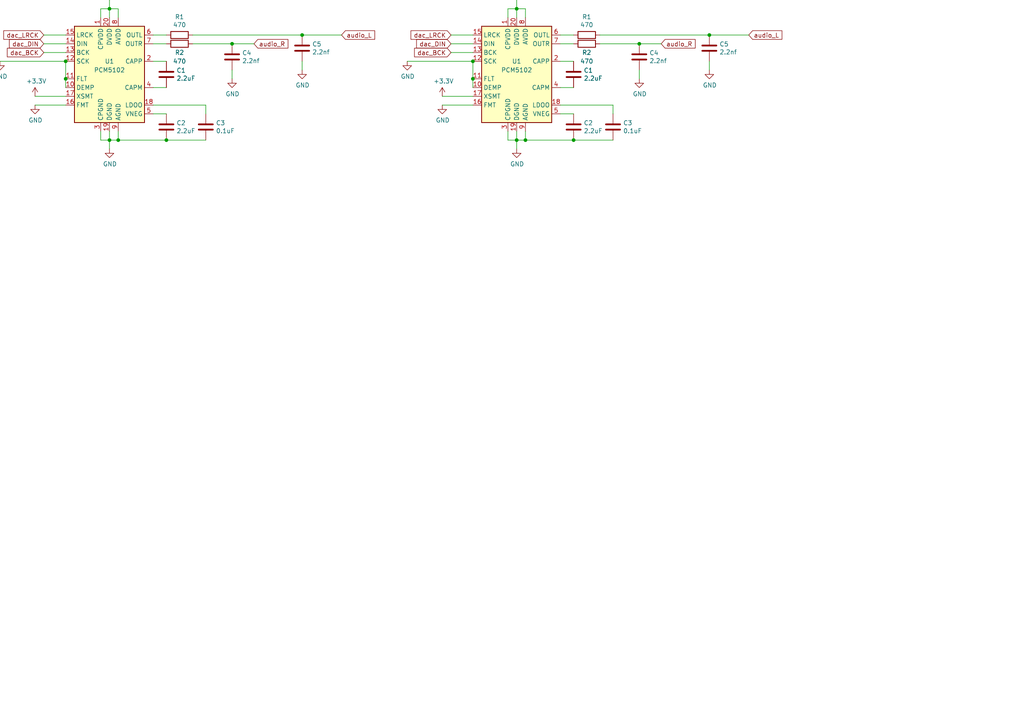
<source format=kicad_sch>
(kicad_sch (version 20230121) (generator eeschema)
  (paper "A4")
  (lib_symbols
    (symbol "Audio:PCM5102"
      (property "Reference" "U" (at -10.16 13.97 0))
      (property "Value" "PCM5102" (at 3.81 13.97 0))
      (symbol "PCM5102_0_1"
        (rectangle (start -10.16 12.7) (end 10.16 -15.24) (stroke (width 0.254)) (fill (type background)))
      )
      (symbol "PCM5102_1_1"
        (pin passive line (at -2.54 15.24 270) (length 2.54) (name "CPVDD") (number "1"))
        (pin input line (at -12.7 -5.08 0) (length 2.54) (name "DEMP") (number "10"))
        (pin input line (at -12.7 -2.54 0) (length 2.54) (name "FLT") (number "11"))
        (pin input line (at -12.7 2.54 0) (length 2.54) (name "SCK") (number "12"))
        (pin input line (at -12.7 5.08 0) (length 2.54) (name "BCK") (number "13"))
        (pin input line (at -12.7 7.62 0) (length 2.54) (name "DIN") (number "14"))
        (pin input line (at -12.7 10.16 0) (length 2.54) (name "LRCK") (number "15"))
        (pin input line (at -12.7 -10.16 0) (length 2.54) (name "FMT") (number "16"))
        (pin input line (at -12.7 -7.62 0) (length 2.54) (name "XSMT") (number "17"))
        (pin passive line (at 12.7 -10.16 180) (length 2.54) (name "LDOO") (number "18"))
        (pin power_in line (at 0 -17.78 90) (length 2.54) (name "DGND") (number "19"))
        (pin passive line (at 12.7 2.54 180) (length 2.54) (name "CAPP") (number "2"))
        (pin power_in line (at 0 15.24 270) (length 2.54) (name "DVDD") (number "20"))
        (pin power_in line (at -2.54 -17.78 90) (length 2.54) (name "CPGND") (number "3"))
        (pin passive line (at 12.7 -5.08 180) (length 2.54) (name "CAPM") (number "4"))
        (pin passive line (at 12.7 -12.7 180) (length 2.54) (name "VNEG") (number "5"))
        (pin output line (at 12.7 10.16 180) (length 2.54) (name "OUTL") (number "6"))
        (pin output line (at 12.7 7.62 180) (length 2.54) (name "OUTR") (number "7"))
        (pin power_in line (at 2.54 15.24 270) (length 2.54) (name "AVDD") (number "8"))
        (pin power_in line (at 2.54 -17.78 90) (length 2.54) (name "AGND") (number "9"))
      )
    )
    (symbol "Device:C" (pin_numbers hide) (pin_names (offset 0.254))
      (property "Reference" "C" (at 0.635 2.54 0))
      (property "Value" "C" (at 0.635 -2.54 0))
      (symbol "C_0_1"
        (polyline (pts (xy -2.032 -0.762) (xy 2.032 -0.762)) (stroke (width 0.508)))
        (polyline (pts (xy -2.032 0.762) (xy 2.032 0.762)) (stroke (width 0.508)))
      )
      (symbol "C_1_1"
        (pin passive line (at 0 3.81 270) (length 2.794) (name "~") (number "1"))
        (pin passive line (at 0 -3.81 90) (length 2.794) (name "~") (number "2"))
      )
    )
    (symbol "Device:R" (pin_numbers hide) (pin_names (offset 0))
      (property "Reference" "R" (at 2.032 0 90))
      (property "Value" "R" (at 0 0 90))
      (symbol "R_0_1"
        (rectangle (start -1.016 -2.54) (end 1.016 2.54) (stroke (width 0.254)))
      )
      (symbol "R_1_1"
        (pin passive line (at 0 3.81 270) (length 1.27) (name "~") (number "1"))
        (pin passive line (at 0 -3.81 90) (length 1.27) (name "~") (number "2"))
      )
    )
    (symbol "power:+3.3V" (power) (pin_names (offset 0))
      (property "Value" "+3.3V" (at 0 3.556 0))
      (symbol "+3.3V_0_1"
        (polyline (pts (xy -0.762 1.27) (xy 0 2.54)))
        (polyline (pts (xy 0 0) (xy 0 2.54)))
        (polyline (pts (xy 0 2.54) (xy 0.762 1.27)))
      )
      (symbol "+3.3V_1_1"
        (pin power_in line (at 0 0 90) (length 0) hide (name "+3.3V") (number "1"))
      )
    )
    (symbol "power:GND" (power) (pin_names (offset 0))
      (property "Value" "GND" (at 0 -3.81 0))
      (symbol "GND_0_1"
        (polyline (pts (xy 0 0) (xy 0 -1.27) (xy 1.27 -1.27) (xy 0 -2.54) (xy -1.27 -1.27) (xy 0 -1.27)))
      )
      (symbol "GND_1_1"
        (pin power_in line (at 0 0 270) (length 0) hide (name "GND") (number "1"))
      )
    )
    (symbol "Audio:PCM5102"
      (property "Reference" "U" (at -10.16 13.97 0))
      (property "Value" "PCM5102" (at 3.81 13.97 0))
      (symbol "PCM5102_0_1"
        (rectangle (start -10.16 12.7) (end 10.16 -15.24) (stroke (width 0.254)) (fill (type background)))
      )
      (symbol "PCM5102_1_1"
        (pin passive line (at -2.54 15.24 270) (length 2.54) (name "CPVDD") (number "1"))
        (pin input line (at -12.7 -5.08 0) (length 2.54) (name "DEMP") (number "10"))
        (pin input line (at -12.7 -2.54 0) (length 2.54) (name "FLT") (number "11"))
        (pin input line (at -12.7 2.54 0) (length 2.54) (name "SCK") (number "12"))
        (pin input line (at -12.7 5.08 0) (length 2.54) (name "BCK") (number "13"))
        (pin input line (at -12.7 7.62 0) (length 2.54) (name "DIN") (number "14"))
        (pin input line (at -12.7 10.16 0) (length 2.54) (name "LRCK") (number "15"))
        (pin input line (at -12.7 -10.16 0) (length 2.54) (name "FMT") (number "16"))
        (pin input line (at -12.7 -7.62 0) (length 2.54) (name "XSMT") (number "17"))
        (pin passive line (at 12.7 -10.16 180) (length 2.54) (name "LDOO") (number "18"))
        (pin power_in line (at 0 -17.78 90) (length 2.54) (name "DGND") (number "19"))
        (pin passive line (at 12.7 2.54 180) (length 2.54) (name "CAPP") (number "2"))
        (pin power_in line (at 0 15.24 270) (length 2.54) (name "DVDD") (number "20"))
        (pin power_in line (at -2.54 -17.78 90) (length 2.54) (name "CPGND") (number "3"))
        (pin passive line (at 12.7 -5.08 180) (length 2.54) (name "CAPM") (number "4"))
        (pin passive line (at 12.7 -12.7 180) (length 2.54) (name "VNEG") (number "5"))
        (pin output line (at 12.7 10.16 180) (length 2.54) (name "OUTL") (number "6"))
        (pin output line (at 12.7 7.62 180) (length 2.54) (name "OUTR") (number "7"))
        (pin power_in line (at 2.54 15.24 270) (length 2.54) (name "AVDD") (number "8"))
        (pin power_in line (at 2.54 -17.78 90) (length 2.54) (name "AGND") (number "9"))
      )
    )
    (symbol "Device:C" (pin_numbers hide) (pin_names (offset 0.254))
      (property "Reference" "C" (at 0.635 2.54 0))
      (property "Value" "C" (at 0.635 -2.54 0))
      (symbol "C_0_1"
        (polyline (pts (xy -2.032 -0.762) (xy 2.032 -0.762)) (stroke (width 0.508)))
        (polyline (pts (xy -2.032 0.762) (xy 2.032 0.762)) (stroke (width 0.508)))
      )
      (symbol "C_1_1"
        (pin passive line (at 0 3.81 270) (length 2.794) (name "~") (number "1"))
        (pin passive line (at 0 -3.81 90) (length 2.794) (name "~") (number "2"))
      )
    )
    (symbol "Device:R" (pin_numbers hide) (pin_names (offset 0))
      (property "Reference" "R" (at 2.032 0 90))
      (property "Value" "R" (at 0 0 90))
      (symbol "R_0_1"
        (rectangle (start -1.016 -2.54) (end 1.016 2.54) (stroke (width 0.254)))
      )
      (symbol "R_1_1"
        (pin passive line (at 0 3.81 270) (length 1.27) (name "~") (number "1"))
        (pin passive line (at 0 -3.81 90) (length 1.27) (name "~") (number "2"))
      )
    )
    (symbol "power:+3.3V" (power) (pin_names (offset 0))
      (property "Value" "+3.3V" (at 0 3.556 0))
      (symbol "+3.3V_0_1"
        (polyline (pts (xy -0.762 1.27) (xy 0 2.54)))
        (polyline (pts (xy 0 0) (xy 0 2.54)))
        (polyline (pts (xy 0 2.54) (xy 0.762 1.27)))
      )
      (symbol "+3.3V_1_1"
        (pin power_in line (at 0 0 90) (length 0) hide (name "+3.3V") (number "1"))
      )
    )
    (symbol "power:GND" (power) (pin_names (offset 0))
      (property "Value" "GND" (at 0 -3.81 0))
      (symbol "GND_0_1"
        (polyline (pts (xy 0 0) (xy 0 -1.27) (xy 1.27 -1.27) (xy 0 -2.54) (xy -1.27 -1.27) (xy 0 -1.27)))
      )
      (symbol "GND_1_1"
        (pin power_in line (at 0 0 270) (length 0) hide (name "GND") (number "1"))
      )
    )
  )
  (junction (at 34.28999999999999 40.64))
  (junction (at 19.049999999999997 22.86))
  (junction (at 19.049999999999997 17.78))
  (junction (at 67.31 12.700000000000003))
  (junction (at 87.63 10.159999999999997))
  (junction (at 48.25999999999999 40.64))
  (junction (at 31.75 40.64))
  (junction (at 31.75 2.5400000000000063))
  (wire (pts (xy 34.28999999999999 2.5400000000000063) (xy 31.75 2.5400000000000063)))
  (wire (pts (xy 67.31 12.700000000000003) (xy 55.879999999999995 12.700000000000003)))
  (wire (pts (xy 31.75 40.64) (xy 31.75 43.17999999999999)))
  (wire (pts (xy 34.28999999999999 40.64) (xy 31.75 40.64)))
  (wire (pts (xy 10.159999999999997 30.480000000000004) (xy 19.049999999999997 30.480000000000004)))
  (wire (pts (xy 10.159999999999997 27.939999999999998) (xy 19.049999999999997 27.939999999999998)))
  (wire (pts (xy 67.31 20.319999999999993) (xy 67.31 22.86)))
  (wire (pts (xy 31.75 40.64) (xy 29.210000000000008 40.64)))
  (wire (pts (xy 87.63 17.78) (xy 87.63 20.319999999999993)))
  (wire (pts (xy 59.69 40.64) (xy 48.25999999999999 40.64)))
  (wire (pts (xy 48.25999999999999 10.159999999999997) (xy 44.44999999999999 10.159999999999997)))
  (wire (pts (xy 55.879999999999995 10.159999999999997) (xy 87.63 10.159999999999997)))
  (wire (pts (xy 48.25999999999999 25.400000000000006) (xy 44.44999999999999 25.400000000000006)))
  (wire (pts (xy 44.44999999999999 33.019999999999996) (xy 48.25999999999999 33.019999999999996)))
  (wire (pts (xy 29.210000000000008 5.079999999999998) (xy 29.210000000000008 2.5400000000000063)))
  (wire (pts (xy 34.28999999999999 38.099999999999994) (xy 34.28999999999999 40.64)))
  (wire (pts (xy 31.75 0.0) (xy 31.75 2.5400000000000063)))
  (wire (pts (xy 48.25999999999999 40.64) (xy 34.28999999999999 40.64)))
  (wire (pts (xy 31.75 2.5400000000000063) (xy 29.210000000000008 2.5400000000000063)))
  (wire (pts (xy 48.25999999999999 17.78) (xy 44.44999999999999 17.78)))
  (wire (pts (xy 12.699999999999989 10.159999999999997) (xy 19.049999999999997 10.159999999999997)))
  (wire (pts (xy 19.049999999999997 22.86) (xy 19.049999999999997 17.78)))
  (wire (pts (xy 34.28999999999999 5.079999999999998) (xy 34.28999999999999 2.5400000000000063)))
  (wire (pts (xy 19.049999999999997 15.239999999999995) (xy 12.699999999999989 15.239999999999995)))
  (wire (pts (xy 73.66 12.700000000000003) (xy 67.31 12.700000000000003)))
  (wire (pts (xy 31.75 2.5400000000000063) (xy 31.75 5.079999999999998)))
  (wire (pts (xy 29.210000000000008 38.099999999999994) (xy 29.210000000000008 40.64)))
  (wire (pts (xy 87.63 10.159999999999997) (xy 99.06 10.159999999999997)))
  (wire (pts (xy 31.75 38.099999999999994) (xy 31.75 40.64)))
  (wire (pts (xy 19.049999999999997 25.400000000000006) (xy 19.049999999999997 22.86)))
  (wire (pts (xy 44.44999999999999 12.700000000000003) (xy 48.25999999999999 12.700000000000003)))
  (wire (pts (xy 59.69 30.480000000000004) (xy 59.69 33.019999999999996)))
  (wire (pts (xy 44.44999999999999 30.480000000000004) (xy 59.69 30.480000000000004)))
  (wire (pts (xy 0.0 17.78) (xy 19.049999999999997 17.78)))
  (wire (pts (xy 19.049999999999997 12.700000000000003) (xy 12.699999999999989 12.700000000000003)))
  (global_label "dac_DIN" (shape input) (at 12.699999999999989 12.700000000000003 180) (property "Intersheetrefs" "${INTERSHEET_REFS}" (effects hide)))
  (global_label "audio_R" (shape input) (at 73.66 12.700000000000003 0) (property "Intersheetrefs" "${INTERSHEET_REFS}" (effects hide)))
  (global_label "audio_L" (shape input) (at 99.06 10.159999999999997 0) (property "Intersheetrefs" "${INTERSHEET_REFS}" (effects hide)))
  (global_label "dac_BCK" (shape input) (at 12.699999999999989 15.239999999999995 180) (property "Intersheetrefs" "${INTERSHEET_REFS}" (effects hide)))
  (global_label "dac_LRCK" (shape input) (at 12.699999999999989 10.159999999999997 180) (property "Intersheetrefs" "${INTERSHEET_REFS}" (effects hide)))
  (symbol (lib_id "Device:C") (at 59.69 36.83 0) (unit 1)
    (property "Reference" "C1" (at 62.61099999999999 35.66159999999999 0) (effects (justify left)))
    (property "Value" "0.1uF" (at 62.61099999999999 37.973 0) (effects (justify left)))
    (property "Footprint" "Capacitor_SMD:C_0402_1005Metric" (effects hide))
    (instances (project "ExploreKidCAD" (path "" (reference "C3") (unit 1))))
  )
  (symbol (lib_id "Device:C") (at 48.25999999999999 36.83 0) (unit 1)
    (property "Reference" "C2" (at 51.18099999999998 35.66159999999999 0) (effects (justify left)))
    (property "Value" "2.2uF" (at 51.18099999999998 37.973 0) (effects (justify left)))
    (property "Footprint" "Capacitor_SMD:C_0402_1005Metric" (effects hide))
  )
  (symbol (lib_id "Device:R") (at 52.06999999999999 12.700000000000003 90) (unit 1)
    (property "Reference" "R1" (at 52.06999999999999 15.239999999999995 90))
    (property "Value" "470" (at 52.06999999999999 17.78 90))
    (property "Footprint" "Resistor_SMD:R_0402_1005Metric" (effects hide))
    (instances (project "ExploreKidCAD" (path "" (reference "R2") (unit 1))))
  )
  (symbol (lib_id "power:GND") (at 0.0 17.78 0) (unit 1)
    (property "Reference" "#PWR01" (effects hide))
    (property "Value" "GND" (at 0.12699999999999534 22.1742 0))
  )
  (symbol (lib_id "power:+3.3V") (at 31.75 0.0 0) (unit 1)
    (property "Reference" "#PWR04" (effects hide))
    (property "Value" "+3.3V" (at 32.131 -4.394199999999998 0))
  )
  (symbol (lib_id "power:+3.3V") (at 10.159999999999997 27.939999999999998 0) (unit 1)
    (property "Reference" "#PWR02" (effects hide))
    (property "Value" "+3.3V" (at 10.540999999999997 23.5458 0))
  )
  (symbol (lib_id "Device:C") (at 67.31 16.510000000000005 0) (unit 1)
    (property "Reference" "C3" (at 70.231 15.3416 0) (effects (justify left)))
    (property "Value" "2.2nf" (at 70.231 17.653000000000006 0) (effects (justify left)))
    (property "Footprint" "Capacitor_SMD:C_0402_1005Metric" (effects hide))
    (instances (project "ExploreKidCAD" (path "" (reference "C4") (unit 1))))
  )
  (symbol (lib_id "power:GND") (at 67.31 22.86 0) (unit 1)
    (property "Reference" "#PWR06" (effects hide))
    (property "Value" "GND" (at 67.43699999999998 27.254199999999997 0))
  )
  (symbol (lib_id "power:GND") (at 87.63 20.319999999999993 0) (unit 1)
    (property "Reference" "#PWR07" (effects hide))
    (property "Value" "GND" (at 87.757 24.714200000000005 0))
  )
  (symbol (lib_id "power:GND") (at 31.75 43.17999999999999 0) (unit 1)
    (property "Reference" "#PWR05" (effects hide))
    (property "Value" "GND" (at 31.87700000000001 47.574200000000005 0))
  )
  (symbol (lib_id "Device:R") (at 52.06999999999999 10.159999999999997 270) (unit 1)
    (property "Reference" "R2" (at 52.06999999999999 4.9021999999999935 90))
    (property "Value" "470" (at 52.06999999999999 7.2136 90))
    (property "Footprint" "Resistor_SMD:R_0402_1005Metric" (effects hide))
    (instances (project "ExploreKidCAD" (path "" (reference "R1") (unit 1))))
  )
  (symbol (lib_id "power:GND") (at 10.159999999999997 30.480000000000004 0) (unit 1)
    (property "Reference" "#PWR03" (effects hide))
    (property "Value" "GND" (at 10.286999999999992 34.8742 0))
  )
  (symbol (lib_id "Device:C") (at 48.25999999999999 21.590000000000003 0) (unit 1)
    (property "Reference" "C4" (at 51.18099999999998 20.421599999999998 0) (effects (justify left)))
    (property "Value" "2.2uF" (at 51.18099999999998 22.733000000000004 0) (effects (justify left)))
    (property "Footprint" "Capacitor_SMD:C_0402_1005Metric" (effects hide))
    (instances (project "ExploreKidCAD" (path "" (reference "C1") (unit 1))))
  )
  (symbol (lib_id "Audio:PCM5102") (at 31.75 20.319999999999993 0) (unit 1)
    (property "Reference" "U1" (at 31.75 17.78 0))
    (property "Value" "PCM5102" (at 31.75 20.319999999999993 0))
    (property "Footprint" "Package_SO:TSSOP-20_4.4x6.5mm_P0.65mm" (effects hide))
    (property "Datasheet" "http://www.ti.com/lit/ds/symlink/pcm5102.pdf" (effects hide))
    (property "LCSC" "C131154" (effects hide))
  )
  (symbol (lib_id "Device:C") (at 87.63 13.969999999999999 0) (unit 1)
    (property "Reference" "C5" (at 90.55099999999999 12.801599999999993 0) (effects (justify left)))
    (property "Value" "2.2nf" (at 90.55099999999999 15.113 0) (effects (justify left)))
    (property "Footprint" "Capacitor_SMD:C_0402_1005Metric" (effects hide))
  )
  (junction (at 152.39999999999998 40.64))
  (junction (at 137.16 22.86))
  (junction (at 137.16 17.78))
  (junction (at 185.42000000000002 12.700000000000003))
  (junction (at 205.74 10.159999999999997))
  (junction (at 166.37 40.64))
  (junction (at 149.86 40.64))
  (junction (at 149.86 2.5400000000000063))
  (wire (pts (xy 152.39999999999998 2.5400000000000063) (xy 149.86 2.5400000000000063)))
  (wire (pts (xy 185.42000000000002 12.700000000000003) (xy 173.99 12.700000000000003)))
  (wire (pts (xy 149.86 40.64) (xy 149.86 43.17999999999999)))
  (wire (pts (xy 152.39999999999998 40.64) (xy 149.86 40.64)))
  (wire (pts (xy 128.26999999999998 30.480000000000004) (xy 137.16 30.480000000000004)))
  (wire (pts (xy 128.26999999999998 27.939999999999998) (xy 137.16 27.939999999999998)))
  (wire (pts (xy 185.42000000000002 20.319999999999993) (xy 185.42000000000002 22.86)))
  (wire (pts (xy 149.86 40.64) (xy 147.32 40.64)))
  (wire (pts (xy 205.74 17.78) (xy 205.74 20.319999999999993)))
  (wire (pts (xy 177.8 40.64) (xy 166.37 40.64)))
  (wire (pts (xy 166.37 10.159999999999997) (xy 162.56 10.159999999999997)))
  (wire (pts (xy 173.99 10.159999999999997) (xy 205.74 10.159999999999997)))
  (wire (pts (xy 166.37 25.400000000000006) (xy 162.56 25.400000000000006)))
  (wire (pts (xy 162.56 33.019999999999996) (xy 166.37 33.019999999999996)))
  (wire (pts (xy 147.32 5.079999999999998) (xy 147.32 2.5400000000000063)))
  (wire (pts (xy 152.39999999999998 38.099999999999994) (xy 152.39999999999998 40.64)))
  (wire (pts (xy 149.86 0.0) (xy 149.86 2.5400000000000063)))
  (wire (pts (xy 166.37 40.64) (xy 152.39999999999998 40.64)))
  (wire (pts (xy 149.86 2.5400000000000063) (xy 147.32 2.5400000000000063)))
  (wire (pts (xy 166.37 17.78) (xy 162.56 17.78)))
  (wire (pts (xy 130.81 10.159999999999997) (xy 137.16 10.159999999999997)))
  (wire (pts (xy 137.16 22.86) (xy 137.16 17.78)))
  (wire (pts (xy 152.39999999999998 5.079999999999998) (xy 152.39999999999998 2.5400000000000063)))
  (wire (pts (xy 137.16 15.239999999999995) (xy 130.81 15.239999999999995)))
  (wire (pts (xy 191.76999999999998 12.700000000000003) (xy 185.42000000000002 12.700000000000003)))
  (wire (pts (xy 149.86 2.5400000000000063) (xy 149.86 5.079999999999998)))
  (wire (pts (xy 147.32 38.099999999999994) (xy 147.32 40.64)))
  (wire (pts (xy 205.74 10.159999999999997) (xy 217.17000000000002 10.159999999999997)))
  (wire (pts (xy 149.86 38.099999999999994) (xy 149.86 40.64)))
  (wire (pts (xy 137.16 25.400000000000006) (xy 137.16 22.86)))
  (wire (pts (xy 162.56 12.700000000000003) (xy 166.37 12.700000000000003)))
  (wire (pts (xy 177.8 30.480000000000004) (xy 177.8 33.019999999999996)))
  (wire (pts (xy 162.56 30.480000000000004) (xy 177.8 30.480000000000004)))
  (wire (pts (xy 118.11 17.78) (xy 137.16 17.78)))
  (wire (pts (xy 137.16 12.700000000000003) (xy 130.81 12.700000000000003)))
  (global_label "dac_DIN" (shape input) (at 130.81 12.700000000000003 180) (property "Intersheetrefs" "${INTERSHEET_REFS}" (effects hide)))
  (global_label "audio_R" (shape input) (at 191.76999999999998 12.700000000000003 0) (property "Intersheetrefs" "${INTERSHEET_REFS}" (effects hide)))
  (global_label "audio_L" (shape input) (at 217.17000000000002 10.159999999999997 0) (property "Intersheetrefs" "${INTERSHEET_REFS}" (effects hide)))
  (global_label "dac_BCK" (shape input) (at 130.81 15.239999999999995 180) (property "Intersheetrefs" "${INTERSHEET_REFS}" (effects hide)))
  (global_label "dac_LRCK" (shape input) (at 130.81 10.159999999999997 180) (property "Intersheetrefs" "${INTERSHEET_REFS}" (effects hide)))
  (symbol (lib_id "Device:C") (at 177.8 36.83 0) (unit 1)
    (property "Reference" "C6" (at 180.721 35.66159999999999 0) (effects (justify left)))
    (property "Value" "0.1uF" (at 180.721 37.973 0) (effects (justify left)))
    (property "Footprint" "Capacitor_SMD:C_0402_1005Metric" (effects hide))
    (instances (project "ExploreKidCAD" (path "" (reference "C3") (unit 1))))
  )
  (symbol (lib_id "Device:C") (at 166.37 36.83 0) (unit 1)
    (property "Reference" "C7" (at 169.291 35.66159999999999 0) (effects (justify left)))
    (property "Value" "2.2uF" (at 169.291 37.973 0) (effects (justify left)))
    (property "Footprint" "Capacitor_SMD:C_0402_1005Metric" (effects hide))
    (instances (project "ExploreKidCAD" (path "" (reference "C2") (unit 1))))
  )
  (symbol (lib_id "Device:R") (at 170.18 12.700000000000003 90) (unit 1)
    (property "Reference" "R3" (at 170.18 15.239999999999995 90))
    (property "Value" "470" (at 170.18 17.78 90))
    (property "Footprint" "Resistor_SMD:R_0402_1005Metric" (effects hide))
    (instances (project "ExploreKidCAD" (path "" (reference "R2") (unit 1))))
  )
  (symbol (lib_id "power:GND") (at 118.11 17.78 0) (unit 1)
    (property "Reference" "#PWR01" (effects hide))
    (property "Value" "GND" (at 118.237 22.1742 0))
  )
  (symbol (lib_id "power:+3.3V") (at 149.86 0.0 0) (unit 1)
    (property "Reference" "#PWR04" (effects hide))
    (property "Value" "+3.3V" (at 150.24099999999999 -4.394199999999998 0))
  )
  (symbol (lib_id "power:+3.3V") (at 128.26999999999998 27.939999999999998 0) (unit 1)
    (property "Reference" "#PWR02" (effects hide))
    (property "Value" "+3.3V" (at 128.651 23.5458 0))
  )
  (symbol (lib_id "Device:C") (at 185.42000000000002 16.510000000000005 0) (unit 1)
    (property "Reference" "C8" (at 188.341 15.3416 0) (effects (justify left)))
    (property "Value" "2.2nf" (at 188.341 17.653000000000006 0) (effects (justify left)))
    (property "Footprint" "Capacitor_SMD:C_0402_1005Metric" (effects hide))
    (instances (project "ExploreKidCAD" (path "" (reference "C4") (unit 1))))
  )
  (symbol (lib_id "power:GND") (at 185.42000000000002 22.86 0) (unit 1)
    (property "Reference" "#PWR06" (effects hide))
    (property "Value" "GND" (at 185.54699999999997 27.254199999999997 0))
  )
  (symbol (lib_id "power:GND") (at 205.74 20.319999999999993 0) (unit 1)
    (property "Reference" "#PWR07" (effects hide))
    (property "Value" "GND" (at 205.86700000000002 24.714200000000005 0))
  )
  (symbol (lib_id "power:GND") (at 149.86 43.17999999999999 0) (unit 1)
    (property "Reference" "#PWR05" (effects hide))
    (property "Value" "GND" (at 149.98700000000002 47.574200000000005 0))
  )
  (symbol (lib_id "Device:R") (at 170.18 10.159999999999997 270) (unit 1)
    (property "Reference" "R4" (at 170.18 4.9021999999999935 90))
    (property "Value" "470" (at 170.18 7.2136 90))
    (property "Footprint" "Resistor_SMD:R_0402_1005Metric" (effects hide))
    (instances (project "ExploreKidCAD" (path "" (reference "R1") (unit 1))))
  )
  (symbol (lib_id "power:GND") (at 128.26999999999998 30.480000000000004 0) (unit 1)
    (property "Reference" "#PWR03" (effects hide))
    (property "Value" "GND" (at 128.397 34.8742 0))
  )
  (symbol (lib_id "Device:C") (at 166.37 21.590000000000003 0) (unit 1)
    (property "Reference" "C9" (at 169.291 20.421599999999998 0) (effects (justify left)))
    (property "Value" "2.2uF" (at 169.291 22.733000000000004 0) (effects (justify left)))
    (property "Footprint" "Capacitor_SMD:C_0402_1005Metric" (effects hide))
    (instances (project "ExploreKidCAD" (path "" (reference "C1") (unit 1))))
  )
  (symbol (lib_id "Audio:PCM5102") (at 149.86 20.319999999999993 0) (unit 1)
    (property "Reference" "U2" (at 149.86 17.78 0))
    (property "Value" "PCM5102" (at 149.86 20.319999999999993 0))
    (property "Footprint" "Package_SO:TSSOP-20_4.4x6.5mm_P0.65mm" (effects hide))
    (property "Datasheet" "http://www.ti.com/lit/ds/symlink/pcm5102.pdf" (effects hide))
    (property "LCSC" "C131154" (effects hide))
    (instances (project "ExploreKidCAD" (path "" (reference "U1") (unit 1))))
  )
  (symbol (lib_id "Device:C") (at 205.74 13.969999999999999 0) (unit 1)
    (property "Reference" "C10" (at 208.661 12.801599999999993 0) (effects (justify left)))
    (property "Value" "2.2nf" (at 208.661 15.113 0) (effects (justify left)))
    (property "Footprint" "Capacitor_SMD:C_0402_1005Metric" (effects hide))
    (instances (project "ExploreKidCAD" (path "" (reference "C5") (unit 1))))
  )
)
</source>
